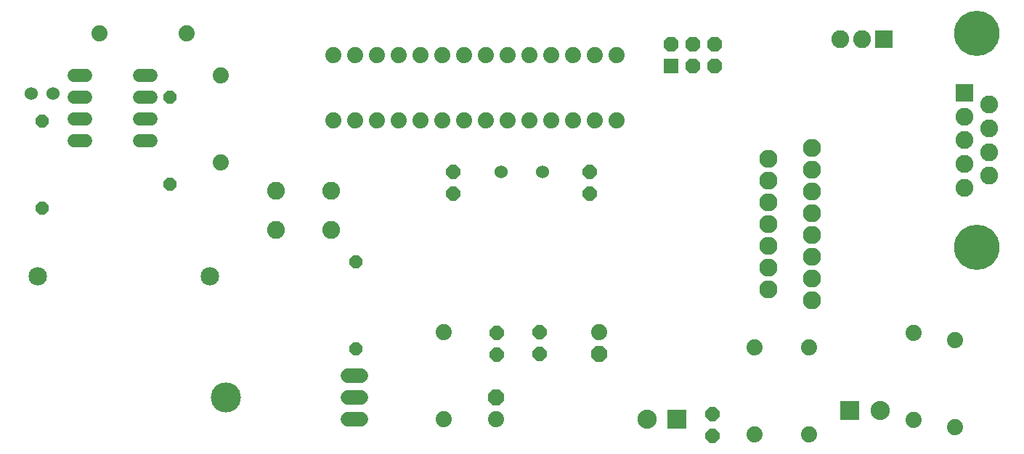
<source format=gbs>
G75*
%MOIN*%
%OFA0B0*%
%FSLAX25Y25*%
%IPPOS*%
%LPD*%
%AMOC8*
5,1,8,0,0,1.08239X$1,22.5*
%
%ADD10C,0.08477*%
%ADD11OC8,0.06400*%
%ADD12C,0.07400*%
%ADD13C,0.06000*%
%ADD14R,0.06800X0.06800*%
%ADD15OC8,0.06800*%
%ADD16R,0.08200X0.08200*%
%ADD17C,0.08200*%
%ADD18C,0.06000*%
%ADD19OC8,0.06000*%
%ADD20C,0.08280*%
%ADD21R,0.08800X0.08800*%
%ADD22C,0.08800*%
%ADD23C,0.20800*%
%ADD24C,0.06800*%
%ADD25C,0.13800*%
%ADD26OC8,0.07400*%
D10*
X0015011Y0082039D03*
X0093752Y0082039D03*
D11*
X0205661Y0120011D03*
X0205661Y0130011D03*
X0268161Y0130011D03*
X0268161Y0120011D03*
X0245100Y0056350D03*
X0225661Y0056261D03*
X0225661Y0046261D03*
X0245100Y0046350D03*
X0324539Y0018939D03*
X0324539Y0008939D03*
D12*
X0343761Y0009539D03*
X0368939Y0009411D03*
X0416911Y0016261D03*
X0435789Y0012689D03*
X0368939Y0049411D03*
X0343761Y0049539D03*
X0272600Y0056350D03*
X0201350Y0056350D03*
X0201350Y0016350D03*
X0225100Y0016350D03*
X0416911Y0056261D03*
X0435789Y0052689D03*
X0280661Y0153761D03*
X0270661Y0153761D03*
X0260661Y0153761D03*
X0250661Y0153761D03*
X0240661Y0153761D03*
X0230661Y0153761D03*
X0220661Y0153761D03*
X0210661Y0153761D03*
X0200661Y0153761D03*
X0190661Y0153761D03*
X0180661Y0153761D03*
X0170661Y0153761D03*
X0160661Y0153761D03*
X0150661Y0153761D03*
X0098761Y0134539D03*
X0098761Y0174539D03*
X0083161Y0193761D03*
X0043161Y0193761D03*
X0150661Y0183761D03*
X0160661Y0183761D03*
X0170661Y0183761D03*
X0180661Y0183761D03*
X0190661Y0183761D03*
X0200661Y0183761D03*
X0210661Y0183761D03*
X0220661Y0183761D03*
X0230661Y0183761D03*
X0240661Y0183761D03*
X0250661Y0183761D03*
X0260661Y0183761D03*
X0270661Y0183761D03*
X0280661Y0183761D03*
D13*
X0066893Y0174381D02*
X0061693Y0174381D01*
X0061693Y0164381D02*
X0066893Y0164381D01*
X0066893Y0154381D02*
X0061693Y0154381D01*
X0061693Y0144381D02*
X0066893Y0144381D01*
X0036893Y0144381D02*
X0031693Y0144381D01*
X0031693Y0154381D02*
X0036893Y0154381D01*
X0036893Y0164381D02*
X0031693Y0164381D01*
X0031693Y0174381D02*
X0036893Y0174381D01*
D14*
X0305661Y0178761D03*
D15*
X0315661Y0178761D03*
X0325661Y0178761D03*
X0325661Y0188761D03*
X0315661Y0188761D03*
X0305661Y0188761D03*
D16*
X0403161Y0191261D03*
X0440317Y0166507D03*
D17*
X0451498Y0161035D03*
X0440317Y0155602D03*
X0451498Y0150130D03*
X0440317Y0144696D03*
X0451498Y0139263D03*
X0440317Y0133791D03*
X0451498Y0128358D03*
X0440317Y0122885D03*
X0393161Y0191261D03*
X0383161Y0191261D03*
X0149711Y0121411D03*
X0124111Y0121411D03*
X0124111Y0103611D03*
X0149711Y0103611D03*
D18*
X0227411Y0130011D03*
X0246411Y0130011D03*
X0021744Y0166094D03*
X0011744Y0166094D03*
D19*
X0016980Y0153466D03*
X0075464Y0164480D03*
X0075464Y0124480D03*
X0016980Y0113466D03*
X0160789Y0088939D03*
X0160789Y0048939D03*
D20*
X0350198Y0076202D03*
X0350198Y0086202D03*
X0370198Y0081202D03*
X0370198Y0071202D03*
X0370198Y0091202D03*
X0370198Y0101202D03*
X0350198Y0096202D03*
X0350198Y0106202D03*
X0350198Y0116202D03*
X0370198Y0111202D03*
X0370198Y0121202D03*
X0350198Y0126202D03*
X0370198Y0131202D03*
X0370198Y0141202D03*
X0350198Y0136202D03*
D21*
X0387689Y0020661D03*
X0308289Y0016439D03*
D22*
X0294509Y0016439D03*
X0401468Y0020661D03*
D23*
X0445907Y0095484D03*
X0445907Y0193909D03*
D24*
X0163100Y0036350D02*
X0157100Y0036350D01*
X0157100Y0026350D02*
X0163100Y0026350D01*
X0163100Y0016350D02*
X0157100Y0016350D01*
D25*
X0101100Y0026350D03*
D26*
X0225100Y0026350D03*
X0272600Y0046350D03*
M02*

</source>
